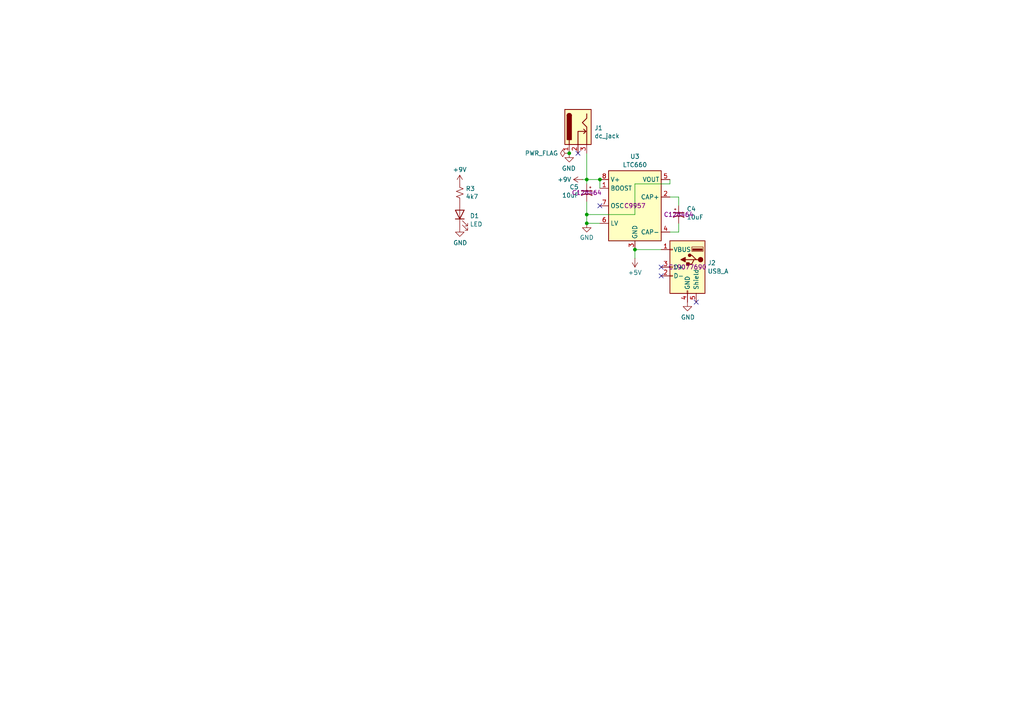
<source format=kicad_sch>
(kicad_sch (version 20231120) (generator "eeschema") (generator_version "8.0")
  (paper "A4")
  (lib_symbols
    (symbol "4ms-power:GND" (power) (pin_names (offset 0))
      (property "Value" "GND" (at 0 -3.81 0))
      (symbol "GND_0_1"
        (polyline (pts (xy 0 0) (xy 0 -1.27) (xy 1.27 -1.27) (xy 0 -2.54) (xy -1.27 -1.27) (xy 0 -1.27)))
      )
      (symbol "GND_1_1"
        (pin power_in line (at 0 0 270) (length 0) hide (name "GND") (number "1"))
      )
    )
    (symbol "4ms-power:PWR_FLAG" (power) (pin_numbers hide) (pin_names (offset 0) hide)
      (property "Value" "PWR_FLAG" (at 0 3.81 0))
      (symbol "PWR_FLAG_0_0"
        (pin power_out line (at 0 0 90) (length 0) (name "pwr") (number "1"))
      )
      (symbol "PWR_FLAG_0_1"
        (polyline (pts (xy 0 0) (xy 0 1.27) (xy -1.016 1.905) (xy 0 2.54) (xy 1.016 1.905) (xy 0 1.27)))
      )
    )
    (symbol "Connector:USB_A" (pin_names (offset 1.016))
      (property "Reference" "J" (at -5.08 11.43 0))
      (property "Value" "USB_A" (at -5.08 8.89 0))
      (symbol "USB_A_0_1"
        (rectangle (start -5.08 -7.62) (end 5.08 7.62) (stroke (width 0.254)) (fill (type background)))
        (circle (center -3.81 2.159) (radius 0.635) (stroke (width 0.254)) (fill (type outline)))
        (rectangle (start -1.524 4.826) (end -4.318 5.334) (fill (type outline)))
        (rectangle (start -1.27 4.572) (end -4.572 5.842))
        (circle (center -0.635 3.429) (radius 0.381) (stroke (width 0.254)) (fill (type outline)))
        (rectangle (start -0.127 -7.62) (end 0.127 -6.858))
        (polyline (pts (xy -3.175 2.159) (xy -2.54 2.159) (xy -1.27 3.429) (xy -0.635 3.429)) (stroke (width 0.254)))
        (polyline (pts (xy -2.54 2.159) (xy -1.905 2.159) (xy -1.27 0.889) (xy 0 0.889)) (stroke (width 0.254)))
        (polyline (pts (xy 0.635 2.794) (xy 0.635 1.524) (xy 1.905 2.159) (xy 0.635 2.794)) (stroke (width 0.254)) (fill (type outline)))
        (rectangle (start 0.254 1.27) (end -0.508 0.508) (stroke (width 0.254)) (fill (type outline)))
        (rectangle (start 5.08 -2.667) (end 4.318 -2.413))
        (rectangle (start 5.08 -0.127) (end 4.318 0.127))
        (rectangle (start 5.08 4.953) (end 4.318 5.207))
      )
      (symbol "USB_A_1_1"
        (polyline (pts (xy -1.905 2.159) (xy 0.635 2.159)) (stroke (width 0.254)))
        (pin power_in line (at 7.62 5.08 180) (length 2.54) (name "VBUS") (number "1"))
        (pin bidirectional line (at 7.62 -2.54 180) (length 2.54) (name "D-") (number "2"))
        (pin bidirectional line (at 7.62 0 180) (length 2.54) (name "D+") (number "3"))
        (pin power_in line (at 0 -10.16 90) (length 2.54) (name "GND") (number "4"))
        (pin passive line (at -2.54 -10.16 90) (length 2.54) (name "Shield") (number "5"))
      )
    )
    (symbol "Device:C_Polarized_Small_US" (pin_numbers hide) (pin_names (offset 0.254) hide)
      (property "Reference" "C" (at 0.254 1.778 0))
      (property "Value" "C_Polarized_Small_US" (at 0.254 -2.032 0))
      (symbol "C_Polarized_Small_US_0_1"
        (polyline (pts (xy -1.524 0.508) (xy 1.524 0.508)) (stroke (width 0.3048)))
        (polyline (pts (xy -1.27 1.524) (xy -0.762 1.524)))
        (polyline (pts (xy -1.016 1.27) (xy -1.016 1.778)))
        (arc (start 1.524 -0.762) (mid 0 -0.3734) (end -1.524 -0.762) (stroke (width 0.3048)))
      )
      (symbol "C_Polarized_Small_US_1_1"
        (pin passive line (at 0 2.54 270) (length 2.032) (name "~") (number "1"))
        (pin passive line (at 0 -2.54 90) (length 2.032) (name "~") (number "2"))
      )
    )
    (symbol "Device:LED" (pin_numbers hide) (pin_names (offset 1.016) hide)
      (property "Reference" "D" (at 0 2.54 0))
      (property "Value" "LED" (at 0 -2.54 0))
      (symbol "LED_0_1"
        (polyline (pts (xy -1.27 -1.27) (xy -1.27 1.27)) (stroke (width 0.254)))
        (polyline (pts (xy -1.27 0) (xy 1.27 0)))
        (polyline (pts (xy 1.27 -1.27) (xy 1.27 1.27) (xy -1.27 0) (xy 1.27 -1.27)) (stroke (width 0.254)))
        (polyline (pts (xy -3.048 -0.762) (xy -4.572 -2.286) (xy -3.81 -2.286) (xy -4.572 -2.286) (xy -4.572 -1.524)))
        (polyline (pts (xy -1.778 -0.762) (xy -3.302 -2.286) (xy -2.54 -2.286) (xy -3.302 -2.286) (xy -3.302 -1.524)))
      )
      (symbol "LED_1_1"
        (pin passive line (at -3.81 0 0) (length 2.54) (name "K") (number "1"))
        (pin passive line (at 3.81 0 180) (length 2.54) (name "A") (number "2"))
      )
    )
    (symbol "Device:R_Small_US" (pin_numbers hide) (pin_names (offset 0.254) hide)
      (property "Reference" "R" (at 0.762 0.508 0))
      (property "Value" "R_Small_US" (at 0.762 -1.016 0))
      (symbol "R_Small_US_1_1"
        (polyline (pts (xy 0 0) (xy 1.016 -0.381) (xy 0 -0.762) (xy -1.016 -1.143) (xy 0 -1.524)))
        (polyline (pts (xy 0 1.524) (xy 1.016 1.143) (xy 0 0.762) (xy -1.016 0.381) (xy 0 0)))
        (pin passive line (at 0 2.54 270) (length 1.016) (name "~") (number "1"))
        (pin passive line (at 0 -2.54 90) (length 1.016) (name "~") (number "2"))
      )
    )
    (symbol "Regulator_SwitchedCapacitor:LTC660"
      (property "Reference" "U" (at -6.35 11.43 0))
      (property "Value" "LTC660" (at 3.81 11.43 0))
      (symbol "LTC660_0_1"
        (rectangle (start -7.62 10.16) (end 7.62 -10.16) (stroke (width 0.254)) (fill (type background)))
      )
      (symbol "LTC660_1_1"
        (pin input line (at -10.16 5.08 0) (length 2.54) (name "BOOST") (number "1"))
        (pin input line (at 10.16 2.54 180) (length 2.54) (name "CAP+") (number "2"))
        (pin power_in line (at 0 -12.7 90) (length 2.54) (name "GND") (number "3"))
        (pin input line (at 10.16 -7.62 180) (length 2.54) (name "CAP-") (number "4"))
        (pin power_out line (at 10.16 7.62 180) (length 2.54) (name "VOUT") (number "5"))
        (pin input line (at -10.16 -5.08 0) (length 2.54) (name "LV") (number "6"))
        (pin input line (at -10.16 0 0) (length 2.54) (name "OSC") (number "7"))
        (pin power_in line (at -10.16 7.62 0) (length 2.54) (name "V+") (number "8"))
      )
    )
    (symbol "bowicz:dc_jack_123" (pin_names hide)
      (property "Reference" "J" (at 0 5.334 0))
      (property "Value" "dc_jack_123" (at 0 -5.08 0))
      (symbol "dc_jack_123_0_1"
        (rectangle (start -5.08 3.81) (end 5.08 -3.81) (stroke (width 0.254)) (fill (type background)))
        (arc (start -3.302 3.175) (mid -3.9342 2.54) (end -3.302 1.905) (stroke (width 0.254)))
        (arc (start -3.302 3.175) (mid -3.9342 2.54) (end -3.302 1.905) (stroke (width 0.254)) (fill (type outline)))
        (polyline (pts (xy 1.27 -2.286) (xy 1.905 -1.651)) (stroke (width 0.254)))
        (polyline (pts (xy 5.08 2.54) (xy 3.81 2.54)) (stroke (width 0.254)))
        (polyline (pts (xy 5.08 0) (xy 1.27 0) (xy 1.27 -2.286) (xy 0.635 -1.651)) (stroke (width 0.254)))
        (polyline (pts (xy -3.81 -2.54) (xy -2.54 -2.54) (xy -1.27 -1.27) (xy 0 -2.54) (xy 2.54 -2.54) (xy 5.08 -2.54)) (stroke (width 0.254)))
        (rectangle (start 3.683 3.175) (end -3.302 1.905) (stroke (width 0.254)) (fill (type outline)))
      )
      (symbol "dc_jack_123_1_1"
        (pin passive line (at 7.62 2.54 180) (length 2.54) (name "~") (number "1"))
        (pin passive line (at 7.62 0 180) (length 2.54) (name "~") (number "2"))
        (pin passive line (at 7.62 -2.54 180) (length 2.54) (name "~") (number "3"))
      )
    )
    (symbol "power:+5V" (power) (pin_numbers hide) (pin_names (offset 0) hide)
      (property "Value" "+5V" (at 0 3.556 0))
      (symbol "+5V_0_1"
        (polyline (pts (xy -0.762 1.27) (xy 0 2.54)))
        (polyline (pts (xy 0 0) (xy 0 2.54)))
        (polyline (pts (xy 0 2.54) (xy 0.762 1.27)))
      )
      (symbol "+5V_1_1"
        (pin power_in line (at 0 0 90) (length 0) (name "~") (number "1"))
      )
    )
    (symbol "power:+9V" (power) (pin_numbers hide) (pin_names (offset 0) hide)
      (property "Value" "+9V" (at 0 3.556 0))
      (symbol "+9V_0_1"
        (polyline (pts (xy -0.762 1.27) (xy 0 2.54)))
        (polyline (pts (xy 0 0) (xy 0 2.54)))
        (polyline (pts (xy 0 2.54) (xy 0.762 1.27)))
      )
      (symbol "+9V_1_1"
        (pin power_in line (at 0 0 90) (length 0) (name "~") (number "1"))
      )
    )
    (symbol "power:GND" (power) (pin_numbers hide) (pin_names (offset 0) hide)
      (property "Value" "GND" (at 0 -3.81 0))
      (symbol "GND_0_1"
        (polyline (pts (xy 0 0) (xy 0 -1.27) (xy 1.27 -1.27) (xy 0 -2.54) (xy -1.27 -1.27) (xy 0 -1.27)))
      )
      (symbol "GND_1_1"
        (pin power_in line (at 0 0 270) (length 0) (name "~") (number "1"))
      )
    )
  )
  (junction (at 184.15 72.39))
  (junction (at 173.99 52.07))
  (junction (at 165.1 44.45))
  (junction (at 170.18 62.23))
  (junction (at 170.18 52.07))
  (junction (at 170.18 64.77))
  (no_connect (at 201.93 87.63))
  (no_connect (at 191.77 80.01))
  (no_connect (at 167.64 44.45))
  (no_connect (at 173.99 59.69))
  (no_connect (at 191.77 77.47))
  (wire (pts (xy 173.99 52.07) (xy 173.99 54.61)))
  (wire (pts (xy 184.15 53.34) (xy 194.31 53.34)))
  (wire (pts (xy 184.15 72.39) (xy 191.77 72.39)))
  (wire (pts (xy 196.85 64.77) (xy 196.85 67.31)))
  (wire (pts (xy 170.18 52.07) (xy 170.18 53.34)))
  (wire (pts (xy 170.18 44.45) (xy 170.18 52.07)))
  (wire (pts (xy 194.31 53.34) (xy 194.31 52.07)))
  (wire (pts (xy 196.85 59.69) (xy 196.85 57.15)))
  (wire (pts (xy 184.15 74.93) (xy 184.15 72.39)))
  (wire (pts (xy 173.99 64.77) (xy 170.18 64.77)))
  (wire (pts (xy 173.99 52.07) (xy 170.18 52.07)))
  (wire (pts (xy 170.18 62.23) (xy 170.18 64.77)))
  (wire (pts (xy 170.18 62.23) (xy 184.15 62.23)))
  (wire (pts (xy 196.85 57.15) (xy 194.31 57.15)))
  (wire (pts (xy 196.85 67.31) (xy 194.31 67.31)))
  (wire (pts (xy 184.15 62.23) (xy 184.15 53.34)))
  (wire (pts (xy 170.18 58.42) (xy 170.18 62.23)))
  (wire (pts (xy 168.91 52.07) (xy 170.18 52.07)))
  (symbol (lib_id "4ms-power:GND") (at 165.1 44.45 0) (mirror y) (unit 1)
    (property "Reference" "#PWR0102" (effects (hide yes)))
    (property "Value" "GND" (at 164.973 48.8442 0))
  )
  (symbol (lib_id "4ms-power:PWR_FLAG") (at 165.1 44.45 90) (unit 1)
    (property "Reference" "#FLG0102" (effects (hide yes)))
    (property "Value" "PWR_FLAG" (at 161.8742 44.45 90) (effects (justify left)))
  )
  (symbol (lib_id "bowicz:dc_jack_123") (at 167.64 36.83 90) (mirror x) (unit 1)
    (property "Reference" "J1" (at 172.4152 37.1094 90) (effects (justify right)))
    (property "Value" "dc_jack" (at 172.4152 39.4208 90) (effects (justify right)))
    (property "Footprint" "swamp-witch:power_jack" (effects (hide yes)))
  )
  (symbol (lib_id "Device:C_Polarized_Small_US") (at 196.85 62.23 0) (unit 1)
    (property "Reference" "C4" (at 199.1614 60.586 0) (effects (justify left)))
    (property "Value" "10uF" (at 199.1614 63.0103 0) (effects (justify left)))
    (property "Footprint" "Capacitor_SMD:CP_Elec_6.3x5.4" (effects (hide yes)))
    (property "Description" "Polarized capacitor, small US symbol" (effects (hide yes)))
    (property "LCSC" "C128464" (at 196.85 62.23 0))
  )
  (symbol (lib_id "power:+9V") (at 133.35 53.34 0) (unit 1)
    (property "Reference" "#PWR08" (effects (hide yes)))
    (property "Value" "+9V" (at 133.35 49.2069 0))
    (property "Description" "Power symbol creates a global label with name \"+9V\"" (effects (hide yes)))
  )
  (symbol (lib_id "power:GND") (at 170.18 64.77 0) (unit 1)
    (property "Reference" "#PWR011" (effects (hide yes)))
    (property "Value" "GND" (at 170.18 68.9031 0))
    (property "Description" "Power symbol creates a global label with name \"GND\" , ground" (effects (hide yes)))
  )
  (symbol (lib_id "Device:R_Small_US") (at 133.35 55.88 180) (unit 1)
    (property "Reference" "R3" (at 135.0772 54.7116 0) (effects (justify right)))
    (property "Value" "4k7" (at 135.0772 57.023 0) (effects (justify right)))
    (property "Footprint" "swamp-witch:R_0603" (effects (hide yes)))
  )
  (symbol (lib_id "Regulator_SwitchedCapacitor:LTC660") (at 184.15 59.69 0) (unit 1)
    (property "Reference" "U3" (at 184.15 45.3855 0))
    (property "Value" "LTC660" (at 184.15 47.8098 0))
    (property "Footprint" "Package_SO:SOIC-8_3.9x4.9mm_P1.27mm" (effects (hide yes)))
    (property "Datasheet" "https://www.analog.com/media/en/technical-documentation/data-sheets/660fa.pdf" (effects (hide yes)))
    (property "Description" "Monolithic CMOS switched-capacitor from 1.5V to 5.5V up to 100mA, SO-8/DIP-8" (effects (hide yes)))
    (property "LCSC" "C9957" (at 184.15 59.69 0))
  )
  (symbol (lib_id "Device:C_Polarized_Small_US") (at 170.18 55.88 0) (mirror y) (unit 1)
    (property "Reference" "C5" (at 167.8686 54.236 0) (effects (justify left)))
    (property "Value" "10uF" (at 167.8686 56.6603 0) (effects (justify left)))
    (property "Footprint" "Capacitor_SMD:CP_Elec_6.3x5.4" (effects (hide yes)))
    (property "Description" "Polarized capacitor, small US symbol" (effects (hide yes)))
    (property "LCSC" "C128464" (at 170.18 55.88 0))
  )
  (symbol (lib_id "Device:LED") (at 133.35 62.23 90) (unit 1)
    (property "Reference" "D1" (at 136.271 62.6053 90) (effects (justify right)))
    (property "Value" "LED" (at 136.271 65.0296 90) (effects (justify right)))
    (property "Footprint" "LED_SMD:LED_0805_2012Metric" (effects (hide yes)))
    (property "Description" "Light emitting diode" (effects (hide yes)))
  )
  (symbol (lib_id "power:+5V") (at 184.15 74.93 180) (unit 1)
    (property "Reference" "#PWR05" (effects (hide yes)))
    (property "Value" "+5V" (at 184.15 79.0631 0))
    (property "Description" "Power symbol creates a global label with name \"+5V\"" (effects (hide yes)))
  )
  (symbol (lib_id "4ms-power:GND") (at 199.39 87.63 0) (unit 1)
    (property "Reference" "#PWR06" (effects (hide yes)))
    (property "Value" "GND" (at 199.517 92.0242 0))
  )
  (symbol (lib_id "power:+9V") (at 168.91 52.07 90) (unit 1)
    (property "Reference" "#PWR07" (effects (hide yes)))
    (property "Value" "+9V" (at 165.7351 52.07 90) (effects (justify left)))
    (property "Description" "Power symbol creates a global label with name \"+9V\"" (effects (hide yes)))
  )
  (symbol (lib_id "4ms-power:GND") (at 133.35 66.04 0) (unit 1)
    (property "Reference" "#PWR09" (effects (hide yes)))
    (property "Value" "GND" (at 133.477 70.4342 0))
  )
  (symbol (lib_id "Connector:USB_A") (at 199.39 77.47 0) (mirror y) (unit 1)
    (property "Reference" "J2" (at 205.232 76.2578 0) (effects (justify right)))
    (property "Value" "USB_A" (at 205.232 78.6821 0) (effects (justify right)))
    (property "Footprint" "swamp-witch:USB A RAPHCUA20E" (effects (hide yes)))
    (property "Datasheet" " ~" (effects (hide yes)))
    (property "Description" "USB Type A connector" (effects (hide yes)))
    (property "LCSC" "C19077690" (at 199.39 77.47 0))
  )
)
</source>
